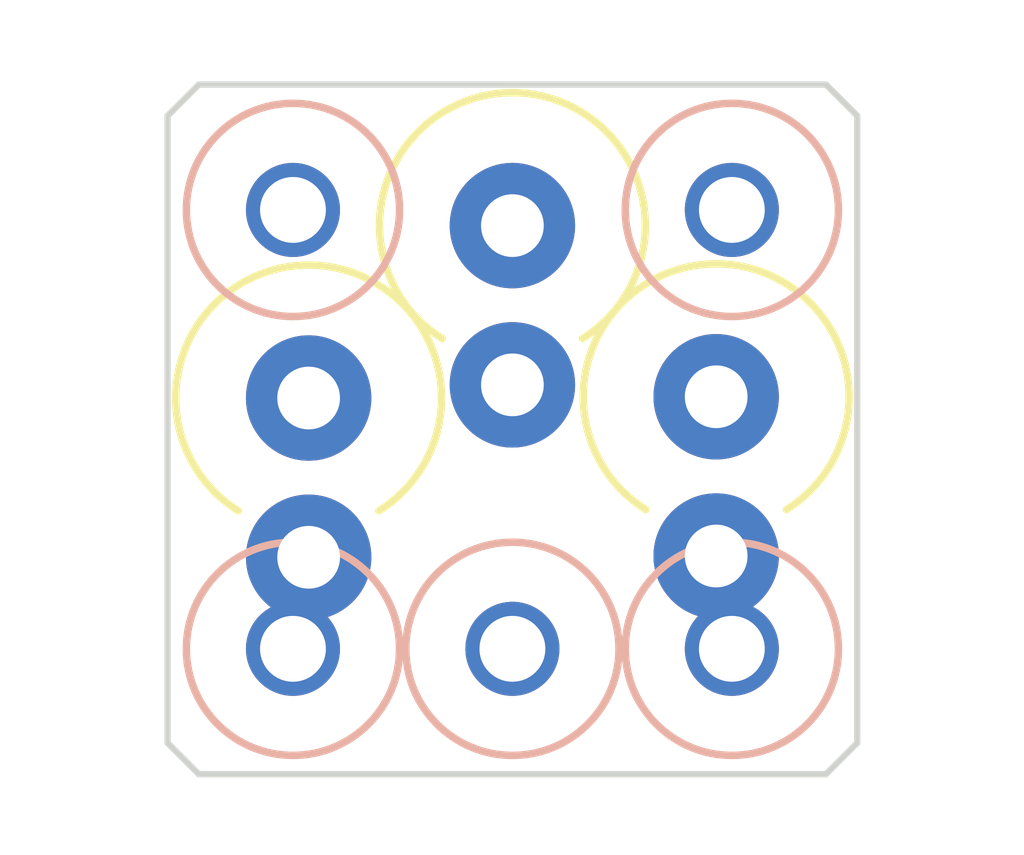
<source format=kicad_pcb>
(kicad_pcb (version 20211014) (generator pcbnew)
  (layers (0 "F.Cu" signal) (31 "B.Cu" signal) (34 "B.Paste" user) (35 "F.Paste" user) (36 "B.SilkS" user "B.Silkscreen") (37 "F.SilkS" user "F.Silkscreen") (38 "B.Mask" user) (39 "F.Mask" user) (44 "Edge.Cuts" user))
  (net 0 "")
  (net 1 "Net-(J1-Pad1)")
  (net 2 "Net-(J2-Pad1)")
  (net 6 "Net-(L2-Pad2)")
  (net 7 "Net-(L2-Pad1)")
  (footprint "Inductor_THT:L_Axial_L9.5mm_D4.0mm_P2.54mm_Vertical_Fastron_SMCC" (layer "F.Cu") (at 21.75 24.5 -90)
    (fp_text reference "L1" hide)
    (fp_text value "L")
    (fp_arc (start 1.8 1.12) (mid -2.12 0) (end 1.8 -1.12) (layer "F.SilkS") (width 0.12))
    (pad "1" thru_hole circle (at 0 0 270) (size 2 2) (drill 1) (layers *.Cu *.Mask) (net 6 "Net-(L2-Pad2)"))
    (pad "2" thru_hole oval (at 2.54 0 270) (size 2 2) (drill 1) (layers *.Cu *.Mask) (net 1 "Net-(J1-Pad1)"))
  )
  (footprint "Inductor_THT:L_Axial_L9.5mm_D4.0mm_P2.54mm_Vertical_Fastron_SMCC" (layer "F.Cu") (at 25 21.75 -90)
    (fp_text reference "L2" hide)
    (fp_text value "L")
    (fp_arc (start 1.8 1.12) (mid -2.12 0) (end 1.8 -1.12) (layer "F.SilkS") (width 0.12))
    (pad "1" thru_hole circle (at 0 0 270) (size 2 2) (drill 1) (layers *.Cu *.Mask) (net 7 "Net-(L2-Pad1)"))
    (pad "2" thru_hole oval (at 2.54 0 270) (size 2 2) (drill 1) (layers *.Cu *.Mask) (net 6 "Net-(L2-Pad2)"))
  )
  (footprint "Inductor_THT:L_Axial_L9.5mm_D4.0mm_P2.54mm_Vertical_Fastron_SMCC" (layer "F.Cu") (at 28.25 24.48 -90)
    (fp_text reference "L3" hide)
    (fp_text value "L")
    (fp_arc (start 1.8 1.12) (mid -2.12 0) (end 1.8 -1.12) (layer "F.SilkS") (width 0.12))
    (pad "1" thru_hole circle (at 0 0 270) (size 2 2) (drill 1) (layers *.Cu *.Mask) (net 7 "Net-(L2-Pad1)"))
    (pad "2" thru_hole oval (at 2.54 0 270) (size 2 2) (drill 1) (layers *.Cu *.Mask) (net 2 "Net-(J2-Pad1)"))
  )
  (footprint "TestPoint:TestPoint_Plated_Hole_D2.0mm" (layer "B.Cu") (at 21.5 28.5 180)
    (fp_text reference "J1" hide)
    (fp_text value "Conn_01x01")
    (fp_circle (center 0 0) (end 0 1.7) (layer "B.SilkS") (width 0.12) (fill none))
    (pad "1" thru_hole circle (at 0 0 180) (size 1.5 1.5) (drill 1.05) (layers *.Cu *.Mask) (net 1 "Net-(J1-Pad1)"))
  )
  (footprint "TestPoint:TestPoint_Plated_Hole_D2.0mm" (layer "B.Cu") (at 28.5 28.5 180)
    (fp_text reference "J2" hide)
    (fp_text value "Conn_01x01")
    (fp_circle (center 0 0) (end 0 1.7) (layer "B.SilkS") (width 0.12) (fill none))
    (pad "1" thru_hole circle (at 0 0 180) (size 1.5 1.5) (drill 1.05) (layers *.Cu *.Mask) (net 2 "Net-(J2-Pad1)"))
  )
  (footprint "TestPoint:TestPoint_Plated_Hole_D2.0mm" (layer "B.Cu") (at 21.5 21.5 180)
    (fp_text reference "J5" hide)
    (fp_text value "Conn_01x01")
    (fp_circle (center 0 0) (end 0 1.7) (layer "B.SilkS") (width 0.12) (fill none))
    (pad "1" thru_hole circle (at 0 0 180) (size 1.5 1.5) (drill 1.05) (layers *.Cu *.Mask))
  )
  (footprint "TestPoint:TestPoint_Plated_Hole_D2.0mm" (layer "B.Cu") (at 28.5 21.5 180)
    (fp_text reference "J4" hide)
    (fp_text value "Conn_01x01")
    (fp_circle (center 0 0) (end 0 1.7) (layer "B.SilkS") (width 0.12) (fill none))
    (pad "1" thru_hole circle (at 0 0 180) (size 1.5 1.5) (drill 1.05) (layers *.Cu *.Mask))
  )
  (footprint "TestPoint:TestPoint_Plated_Hole_D2.0mm" (layer "B.Cu") (at 25 28.5 180)
    (fp_text reference "J3" hide)
    (fp_text value "Conn_01x01")
    (fp_circle (center 0 0) (end 0 1.7) (layer "B.SilkS") (width 0.12) (fill none))
    (pad "1" thru_hole circle (at 0 0 180) (size 1.5 1.5) (drill 1.05) (layers *.Cu *.Mask))
  )
  (gr_line (start 19.5 20) (end 19.5 30) (layer "Edge.Cuts") (width 0.1))
  (gr_line (start 30.5 30) (end 30.5 20) (layer "Edge.Cuts") (width 0.1))
  (gr_line (start 30 19.5) (end 30.5 20) (layer "Edge.Cuts") (width 0.1))
  (gr_line (start 19.5 30) (end 20 30.5) (layer "Edge.Cuts") (width 0.1))
  (gr_line (start 20 30.5) (end 30 30.5) (layer "Edge.Cuts") (width 0.1))
  (gr_line (start 19.5 20) (end 20 19.5) (layer "Edge.Cuts") (width 0.1))
  (gr_line (start 30 19.5) (end 20 19.5) (layer "Edge.Cuts") (width 0.1))
  (gr_line (start 30 30.5) (end 30.5 30) (layer "Edge.Cuts") (width 0.1))
)
</source>
